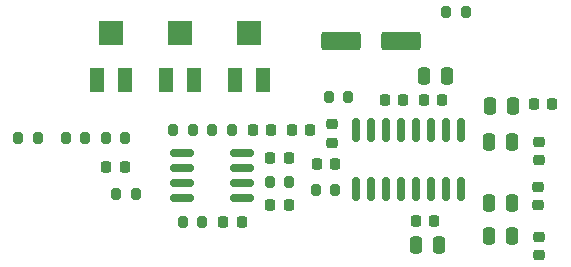
<source format=gbr>
%TF.GenerationSoftware,KiCad,Pcbnew,(6.0.7-1)-1*%
%TF.CreationDate,2023-09-21T22:33:58-04:00*%
%TF.ProjectId,EMHarpsichord_Stage1,454d4861-7270-4736-9963-686f72645f53,rev?*%
%TF.SameCoordinates,Original*%
%TF.FileFunction,Paste,Top*%
%TF.FilePolarity,Positive*%
%FSLAX46Y46*%
G04 Gerber Fmt 4.6, Leading zero omitted, Abs format (unit mm)*
G04 Created by KiCad (PCBNEW (6.0.7-1)-1) date 2023-09-21 22:33:58*
%MOMM*%
%LPD*%
G01*
G04 APERTURE LIST*
G04 Aperture macros list*
%AMRoundRect*
0 Rectangle with rounded corners*
0 $1 Rounding radius*
0 $2 $3 $4 $5 $6 $7 $8 $9 X,Y pos of 4 corners*
0 Add a 4 corners polygon primitive as box body*
4,1,4,$2,$3,$4,$5,$6,$7,$8,$9,$2,$3,0*
0 Add four circle primitives for the rounded corners*
1,1,$1+$1,$2,$3*
1,1,$1+$1,$4,$5*
1,1,$1+$1,$6,$7*
1,1,$1+$1,$8,$9*
0 Add four rect primitives between the rounded corners*
20,1,$1+$1,$2,$3,$4,$5,0*
20,1,$1+$1,$4,$5,$6,$7,0*
20,1,$1+$1,$6,$7,$8,$9,0*
20,1,$1+$1,$8,$9,$2,$3,0*%
G04 Aperture macros list end*
%ADD10RoundRect,0.225000X-0.225000X-0.250000X0.225000X-0.250000X0.225000X0.250000X-0.225000X0.250000X0*%
%ADD11RoundRect,0.200000X0.200000X0.275000X-0.200000X0.275000X-0.200000X-0.275000X0.200000X-0.275000X0*%
%ADD12RoundRect,0.250000X-0.250000X-0.475000X0.250000X-0.475000X0.250000X0.475000X-0.250000X0.475000X0*%
%ADD13RoundRect,0.225000X-0.250000X0.225000X-0.250000X-0.225000X0.250000X-0.225000X0.250000X0.225000X0*%
%ADD14R,1.300000X2.000000*%
%ADD15R,2.000000X2.000000*%
%ADD16RoundRect,0.200000X-0.200000X-0.275000X0.200000X-0.275000X0.200000X0.275000X-0.200000X0.275000X0*%
%ADD17RoundRect,0.225000X0.250000X-0.225000X0.250000X0.225000X-0.250000X0.225000X-0.250000X-0.225000X0*%
%ADD18RoundRect,0.250000X1.412500X0.550000X-1.412500X0.550000X-1.412500X-0.550000X1.412500X-0.550000X0*%
%ADD19RoundRect,0.225000X0.225000X0.250000X-0.225000X0.250000X-0.225000X-0.250000X0.225000X-0.250000X0*%
%ADD20RoundRect,0.250000X0.250000X0.475000X-0.250000X0.475000X-0.250000X-0.475000X0.250000X-0.475000X0*%
%ADD21RoundRect,0.162500X-0.825000X-0.162500X0.825000X-0.162500X0.825000X0.162500X-0.825000X0.162500X0*%
%ADD22RoundRect,0.150000X-0.150000X0.850000X-0.150000X-0.850000X0.150000X-0.850000X0.150000X0.850000X0*%
G04 APERTURE END LIST*
D10*
%TO.C,C2*%
X133582000Y-109591000D03*
X135132000Y-109591000D03*
%TD*%
D11*
%TO.C,R4*%
X131782000Y-107191000D03*
X130132000Y-107191000D03*
%TD*%
%TO.C,R11*%
X135182000Y-107191000D03*
X133532000Y-107191000D03*
%TD*%
D12*
%TO.C,FB3*%
X166007000Y-112691000D03*
X167907000Y-112691000D03*
%TD*%
D10*
%TO.C,C3*%
X143482000Y-114265000D03*
X145032000Y-114265000D03*
%TD*%
D13*
%TO.C,C17*%
X170157000Y-111316000D03*
X170157000Y-112866000D03*
%TD*%
D14*
%TO.C,RV1*%
X135135000Y-102291000D03*
D15*
X133985000Y-98291000D03*
D14*
X132835000Y-102291000D03*
%TD*%
D16*
%TO.C,R2*%
X142532000Y-106465000D03*
X144182000Y-106465000D03*
%TD*%
%TO.C,R10*%
X162370000Y-96520000D03*
X164020000Y-96520000D03*
%TD*%
D10*
%TO.C,C7*%
X149282000Y-106491000D03*
X150832000Y-106491000D03*
%TD*%
%TO.C,C5*%
X147482000Y-112865000D03*
X149032000Y-112865000D03*
%TD*%
D12*
%TO.C,FB4*%
X166007000Y-115491000D03*
X167907000Y-115491000D03*
%TD*%
D16*
%TO.C,R5*%
X134432000Y-111891000D03*
X136082000Y-111891000D03*
%TD*%
D17*
%TO.C,C9*%
X152657000Y-107566000D03*
X152657000Y-106016000D03*
%TD*%
D16*
%TO.C,R6*%
X140032000Y-114265000D03*
X141682000Y-114265000D03*
%TD*%
D14*
%TO.C,RV2*%
X140977000Y-102291000D03*
D15*
X139827000Y-98291000D03*
D14*
X138677000Y-102291000D03*
%TD*%
D18*
%TO.C,C6*%
X158494500Y-98991000D03*
X153419500Y-98991000D03*
%TD*%
D17*
%TO.C,C18*%
X170180000Y-117107000D03*
X170180000Y-115557000D03*
%TD*%
D19*
%TO.C,C11*%
X161332000Y-114191000D03*
X159782000Y-114191000D03*
%TD*%
%TO.C,C15*%
X171332000Y-104291000D03*
X169782000Y-104291000D03*
%TD*%
%TO.C,C13*%
X162032000Y-103991000D03*
X160482000Y-103991000D03*
%TD*%
D10*
%TO.C,C1*%
X145982000Y-106465000D03*
X147532000Y-106465000D03*
%TD*%
D17*
%TO.C,C16*%
X170257000Y-109066000D03*
X170257000Y-107516000D03*
%TD*%
D10*
%TO.C,C10*%
X157182000Y-103991000D03*
X158732000Y-103991000D03*
%TD*%
D11*
%TO.C,R1*%
X127782000Y-107191000D03*
X126132000Y-107191000D03*
%TD*%
D19*
%TO.C,C8*%
X152932000Y-109391000D03*
X151382000Y-109391000D03*
%TD*%
D12*
%TO.C,FB1*%
X166107000Y-104491000D03*
X168007000Y-104491000D03*
%TD*%
D20*
%TO.C,C12*%
X161707000Y-116191000D03*
X159807000Y-116191000D03*
%TD*%
D21*
%TO.C,U2*%
X140019500Y-108460000D03*
X140019500Y-109730000D03*
X140019500Y-111000000D03*
X140019500Y-112270000D03*
X145094500Y-112270000D03*
X145094500Y-111000000D03*
X145094500Y-109730000D03*
X145094500Y-108460000D03*
%TD*%
D16*
%TO.C,R3*%
X139232000Y-106465000D03*
X140882000Y-106465000D03*
%TD*%
D11*
%TO.C,R7*%
X149082000Y-110865000D03*
X147432000Y-110865000D03*
%TD*%
D20*
%TO.C,C14*%
X162407000Y-101891000D03*
X160507000Y-101891000D03*
%TD*%
D22*
%TO.C,U3*%
X163602000Y-106491000D03*
X162332000Y-106491000D03*
X161062000Y-106491000D03*
X159792000Y-106491000D03*
X158522000Y-106491000D03*
X157252000Y-106491000D03*
X155982000Y-106491000D03*
X154712000Y-106491000D03*
X154712000Y-111491000D03*
X155982000Y-111491000D03*
X157252000Y-111491000D03*
X158522000Y-111491000D03*
X159792000Y-111491000D03*
X161062000Y-111491000D03*
X162332000Y-111491000D03*
X163602000Y-111491000D03*
%TD*%
D14*
%TO.C,RV3*%
X146819000Y-102291000D03*
D15*
X145669000Y-98291000D03*
D14*
X144519000Y-102291000D03*
%TD*%
D12*
%TO.C,FB2*%
X166007000Y-107491000D03*
X167907000Y-107491000D03*
%TD*%
D16*
%TO.C,R8*%
X152432000Y-103691000D03*
X154082000Y-103691000D03*
%TD*%
%TO.C,R9*%
X151332000Y-111591000D03*
X152982000Y-111591000D03*
%TD*%
D19*
%TO.C,C4*%
X149032000Y-108865000D03*
X147482000Y-108865000D03*
%TD*%
M02*

</source>
